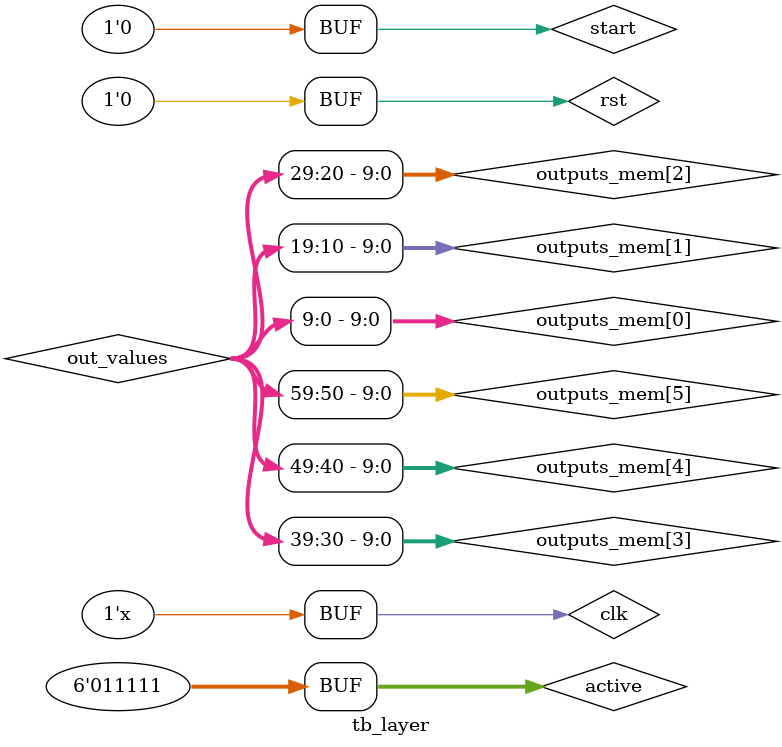
<source format=v>
`timescale 1ns / 1ps


module tb_layer;

    parameter NUM_NEURON = 6;
    parameter NUM_INPUTS = 5;      // number of neurons from the previous layer connected to this neuron
    parameter INPUT_SIZE = 9;      // width of the input signals
    parameter WEIGHT_SIZE = 17;    // width of the weight signals
    parameter OUTPUT_SIZE = 10;    // width of the output signal 
    parameter INPUT_FRACTION = 8;  // number of bits below the radix point in the input
    parameter WEIGHT_FRACTION = 8; // number of bits below the radix point in the weight
    // for the output of OUTPUT_SIZE; FRACTION_BITS is the number of bits below the radix point that are taken into account
    parameter FRACTION_BITS = 7;

	// Inputs
	reg clk;
	reg rst;
	reg start;
	reg [5:0] active;
	wire [44:0] inputs;
	wire [509:0] weights;

	// Outputs
	wire [59:0] out_values;
	wire [5:0] out_valid;

    // memories
    reg [INPUT_SIZE-1:0] inputs_mem [0:NUM_INPUTS-1];
    reg [WEIGHT_SIZE-1:0] weights_mem [0:NUM_INPUTS*NUM_NEURON-1];
    wire [OUTPUT_SIZE-1:0] outputs_mem [0:NUM_NEURON-1];
    genvar x;
    generate
    for (x=0; x<NUM_INPUTS; x=x+1) begin: MEM_INPUT
         assign inputs[x*INPUT_SIZE+:INPUT_SIZE] = inputs_mem[x];
    end
    for (x=0; x<NUM_NEURON; x=x+1) begin: MEM_OUTPUT
        assign outputs_mem[x] = out_values[x*OUTPUT_SIZE+:OUTPUT_SIZE];
    end
    for (x=0; x<NUM_INPUTS*NUM_NEURON; x=x+1) begin: MEM_WEIGHT
        assign weights[x*WEIGHT_SIZE+:WEIGHT_SIZE] = weights_mem[x];
    end
    endgenerate


	// Instantiate the Unit Under Test (UUT)
	layer uut (
		.clk(clk), 
		.rst(rst), 
		.start(start), 
		.active(active), 
		.inputs(inputs), 
		.weights(weights), 
		.out_values(out_values), 
		.out_valid(out_valid)
	);

    always
        #1 clk = ~clk;
        

	initial begin
		// Initialize Inputs
		clk = 0;
		rst = 0;
		start = 0;
		active = 0;
		//inputs_mem = 0;
		//weights_mem = 0;

        #10 rst = 1;
        #10 rst = 0;

        #10 active = 1;
            inputs_mem[0]  = -40 ;
            inputs_mem[1]  = 43  ;
            inputs_mem[2] = 103 ;
            inputs_mem[3] = 7   ;
            inputs_mem[4] = -150;

            weights_mem[0]  = 70  << 3;
            weights_mem[1]  = -5  << 3;
            weights_mem[2]  = -1  << 3;
            weights_mem[3]  = 10  << 3;
            weights_mem[4]  = -20 << 3;
            weights_mem[5]  = 100;
            weights_mem[6]  = 200;
            weights_mem[7]  = 300;
            weights_mem[8]  = 400;
            weights_mem[9]  = 500;
            weights_mem[10] = 1000;
            weights_mem[11] = 2000;
            weights_mem[12] = 3000;
            weights_mem[13] = 4000;
            weights_mem[14] = 5000;
            weights_mem[15] = 10000;
            weights_mem[16] = 20000;
            weights_mem[17] = 30000;
            weights_mem[18] = 40000;
            weights_mem[19] = 50000;
            weights_mem[20] = 10000;
            weights_mem[21] = 20000;
            weights_mem[22] = 30000;
            weights_mem[23] = 40000;
            weights_mem[24] = 50000;
            weights_mem[25] = 50000;
            weights_mem[26] = 10000;
            weights_mem[27] = 20000;
            weights_mem[28] = 30000;
            weights_mem[29] = 40000;


        #10 start = 1;
        #2 start = 0;

        #50 active = 5'b00011;
        #10 start = 1;
        #2 start = 0;

        #50 active = 5'b11111;
        #10 start = 1;
        #2 start = 0;

	end
      
endmodule


</source>
